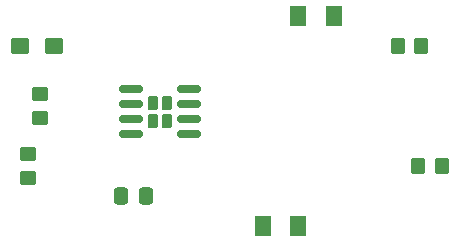
<source format=gbr>
%TF.GenerationSoftware,KiCad,Pcbnew,(6.0.10)*%
%TF.CreationDate,2023-02-17T10:23:32-08:00*%
%TF.ProjectId,ExerciseII,45786572-6369-4736-9549-492e6b696361,rev?*%
%TF.SameCoordinates,Original*%
%TF.FileFunction,Paste,Top*%
%TF.FilePolarity,Positive*%
%FSLAX46Y46*%
G04 Gerber Fmt 4.6, Leading zero omitted, Abs format (unit mm)*
G04 Created by KiCad (PCBNEW (6.0.10)) date 2023-02-17 10:23:32*
%MOMM*%
%LPD*%
G01*
G04 APERTURE LIST*
G04 Aperture macros list*
%AMRoundRect*
0 Rectangle with rounded corners*
0 $1 Rounding radius*
0 $2 $3 $4 $5 $6 $7 $8 $9 X,Y pos of 4 corners*
0 Add a 4 corners polygon primitive as box body*
4,1,4,$2,$3,$4,$5,$6,$7,$8,$9,$2,$3,0*
0 Add four circle primitives for the rounded corners*
1,1,$1+$1,$2,$3*
1,1,$1+$1,$4,$5*
1,1,$1+$1,$6,$7*
1,1,$1+$1,$8,$9*
0 Add four rect primitives between the rounded corners*
20,1,$1+$1,$2,$3,$4,$5,0*
20,1,$1+$1,$4,$5,$6,$7,0*
20,1,$1+$1,$6,$7,$8,$9,0*
20,1,$1+$1,$8,$9,$2,$3,0*%
G04 Aperture macros list end*
%ADD10RoundRect,0.250000X0.337500X0.475000X-0.337500X0.475000X-0.337500X-0.475000X0.337500X-0.475000X0*%
%ADD11RoundRect,0.250000X0.450000X-0.350000X0.450000X0.350000X-0.450000X0.350000X-0.450000X-0.350000X0*%
%ADD12RoundRect,0.250001X-0.462499X-0.624999X0.462499X-0.624999X0.462499X0.624999X-0.462499X0.624999X0*%
%ADD13RoundRect,0.250001X0.462499X0.624999X-0.462499X0.624999X-0.462499X-0.624999X0.462499X-0.624999X0*%
%ADD14RoundRect,0.250000X-0.350000X-0.450000X0.350000X-0.450000X0.350000X0.450000X-0.350000X0.450000X0*%
%ADD15RoundRect,0.250000X0.350000X0.450000X-0.350000X0.450000X-0.350000X-0.450000X0.350000X-0.450000X0*%
%ADD16RoundRect,0.230000X-0.230000X-0.375000X0.230000X-0.375000X0.230000X0.375000X-0.230000X0.375000X0*%
%ADD17RoundRect,0.150000X-0.825000X-0.150000X0.825000X-0.150000X0.825000X0.150000X-0.825000X0.150000X0*%
%ADD18RoundRect,0.250000X-0.537500X-0.425000X0.537500X-0.425000X0.537500X0.425000X-0.537500X0.425000X0*%
G04 APERTURE END LIST*
D10*
%TO.C,C2*%
X141007500Y-88900000D03*
X138932500Y-88900000D03*
%TD*%
D11*
%TO.C,R1*%
X131080000Y-87360000D03*
X131080000Y-85360000D03*
%TD*%
D12*
%TO.C,D2*%
X153955000Y-73660000D03*
X156930000Y-73660000D03*
%TD*%
D13*
%TO.C,D1*%
X153887500Y-91440000D03*
X150912500Y-91440000D03*
%TD*%
D14*
%TO.C,R3*%
X164100000Y-86360000D03*
X166100000Y-86360000D03*
%TD*%
D15*
%TO.C,R4*%
X164350000Y-76200000D03*
X162350000Y-76200000D03*
%TD*%
D16*
%TO.C,U1*%
X142810000Y-82517500D03*
X142810000Y-81017500D03*
X141670000Y-82517500D03*
X141670000Y-81017500D03*
D17*
X139765000Y-79862500D03*
X139765000Y-81132500D03*
X139765000Y-82402500D03*
X139765000Y-83672500D03*
X144715000Y-83672500D03*
X144715000Y-82402500D03*
X144715000Y-81132500D03*
X144715000Y-79862500D03*
%TD*%
D11*
%TO.C,R2*%
X132080000Y-82280000D03*
X132080000Y-80280000D03*
%TD*%
D18*
%TO.C,C1*%
X130400000Y-76200000D03*
X133275000Y-76200000D03*
%TD*%
M02*

</source>
